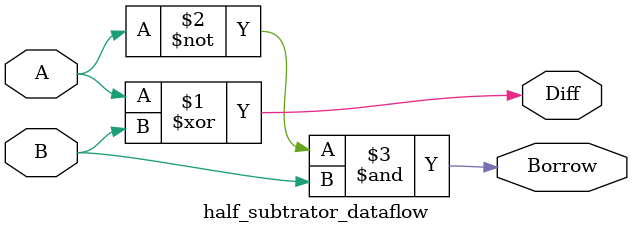
<source format=sv>
module half_subtrator_dataflow(
    input A,
    input B,
    output Borrow,
    output Diff
    );

assign Diff = A ^ B;
assign Borrow = ~A & B;

endmodule

</source>
